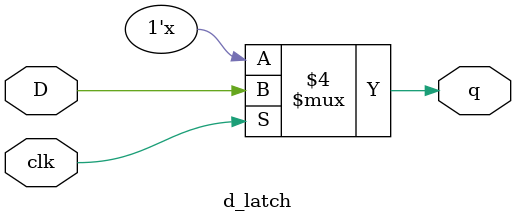
<source format=v>
module d_latch (D,clk,q);
    input clk,D;
    output reg q;
    always @(clk,d)//add D to sensitivity list to make it edge sensitive
        if(clk==1)
            q=D;         
endmodule
</source>
